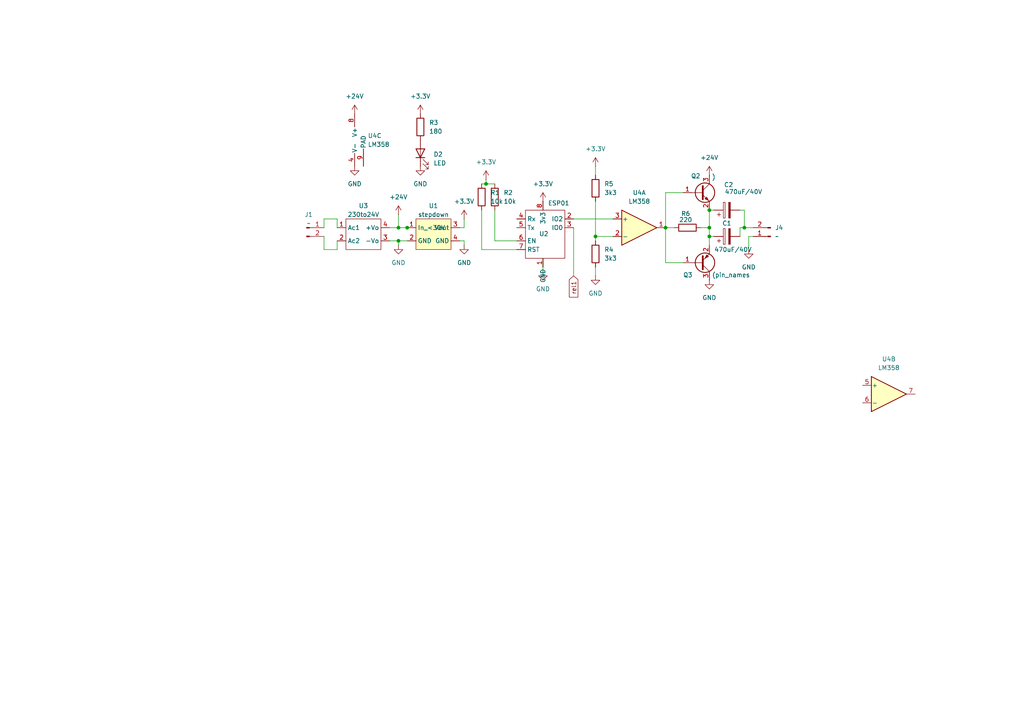
<source format=kicad_sch>
(kicad_sch (version 20250114) (generator "eeschema") (generator_version "9.0")
  (paper "A4")
  (lib_symbols
    (symbol "Amplifier_Operational:LM358_DFN" (pin_names (offset 0.127))
      (property "Reference" "U" (at 0 5.08 0))
      (property "Value" "LM358_DFN" (at 0 -5.08 0))
      (symbol "LM358_DFN_1_1"
        (polyline (pts (xy -5.08 5.08) (xy 5.08 0) (xy -5.08 -5.08) (xy -5.08 5.08)) (stroke (width 0.254)) (fill (type background)))
        (pin input line (at -7.62 2.54 0) (length 2.54) (name "+") (number "3"))
        (pin input line (at -7.62 -2.54 0) (length 2.54) (name "-") (number "2"))
        (pin output line (at 7.62 0 180) (length 2.54) (name "~") (number "1"))
      )
      (symbol "LM358_DFN_2_1"
        (polyline (pts (xy -5.08 5.08) (xy 5.08 0) (xy -5.08 -5.08) (xy -5.08 5.08)) (stroke (width 0.254)) (fill (type background)))
        (pin input line (at -7.62 2.54 0) (length 2.54) (name "+") (number "5"))
        (pin input line (at -7.62 -2.54 0) (length 2.54) (name "-") (number "6"))
        (pin output line (at 7.62 0 180) (length 2.54) (name "~") (number "7"))
      )
      (symbol "LM358_DFN_3_1"
        (pin power_in line (at -2.54 7.62 270) (length 3.81) (name "V+") (number "8"))
        (pin power_in line (at -2.54 -7.62 90) (length 3.81) (name "V-") (number "4"))
        (pin power_in line (at 0 -7.62 90) (length 5.08) (name "PAD") (number "9"))
      )
    )
    (symbol "Connector:Conn_01x02_Pin" (pin_names (offset 1.016) (hide yes))
      (property "Reference" "J" (at 0 2.54 0))
      (property "Value" "Conn_01x02_Pin" (at 0 -5.08 0))
      (symbol "Conn_01x02_Pin_1_1"
        (rectangle (start 0.8636 0.127) (end 0 -0.127) (stroke (width 0.1524)) (fill (type outline)))
        (rectangle (start 0.8636 -2.413) (end 0 -2.667) (stroke (width 0.1524)) (fill (type outline)))
        (polyline (pts (xy 1.27 0) (xy 0.8636 0)) (stroke (width 0.1524)))
        (polyline (pts (xy 1.27 -2.54) (xy 0.8636 -2.54)) (stroke (width 0.1524)))
        (pin passive line (at 5.08 0 180) (length 3.81) (name "Pin_1") (number "1"))
        (pin passive line (at 5.08 -2.54 180) (length 3.81) (name "Pin_2") (number "2"))
      )
    )
    (symbol "Device:C_Polarized" (pin_numbers (hide yes)) (pin_names (offset 0.254))
      (property "Reference" "C" (at 0.635 2.54 0))
      (property "Value" "C_Polarized" (at 0.635 -2.54 0))
      (symbol "C_Polarized_0_1"
        (rectangle (start -2.286 0.508) (end 2.286 1.016))
        (polyline (pts (xy -1.778 2.286) (xy -0.762 2.286)))
        (polyline (pts (xy -1.27 2.794) (xy -1.27 1.778)))
        (rectangle (start 2.286 -0.508) (end -2.286 -1.016) (fill (type outline)))
      )
      (symbol "C_Polarized_1_1"
        (pin passive line (at 0 3.81 270) (length 2.794) (name "~") (number "1"))
        (pin passive line (at 0 -3.81 90) (length 2.794) (name "~") (number "2"))
      )
    )
    (symbol "Device:LED" (pin_numbers (hide yes)) (pin_names (offset 1.016) (hide yes))
      (property "Reference" "D" (at 0 2.54 0))
      (property "Value" "LED" (at 0 -2.54 0))
      (symbol "LED_0_1"
        (polyline (pts (xy -3.048 -0.762) (xy -4.572 -2.286) (xy -3.81 -2.286) (xy -4.572 -2.286) (xy -4.572 -1.524)))
        (polyline (pts (xy -1.778 -0.762) (xy -3.302 -2.286) (xy -2.54 -2.286) (xy -3.302 -2.286) (xy -3.302 -1.524)))
        (polyline (pts (xy -1.27 0) (xy 1.27 0)))
        (polyline (pts (xy -1.27 -1.27) (xy -1.27 1.27)) (stroke (width 0.254)))
        (polyline (pts (xy 1.27 -1.27) (xy 1.27 1.27) (xy -1.27 0) (xy 1.27 -1.27)) (stroke (width 0.254)))
      )
      (symbol "LED_1_1"
        (pin passive line (at -3.81 0 0) (length 2.54) (name "K") (number "1"))
        (pin passive line (at 3.81 0 180) (length 2.54) (name "A") (number "2"))
      )
    )
    (symbol "Device:R" (pin_numbers (hide yes)) (pin_names (offset 0))
      (property "Reference" "R" (at 2.032 0 90))
      (property "Value" "R" (at 0 0 90))
      (symbol "R_0_1"
        (rectangle (start -1.016 -2.54) (end 1.016 2.54) (stroke (width 0.254)))
      )
      (symbol "R_1_1"
        (pin passive line (at 0 3.81 270) (length 1.27) (name "~") (number "1"))
        (pin passive line (at 0 -3.81 90) (length 1.27) (name "~") (number "2"))
      )
    )
    (symbol "Own_Library:ESP01"
      (property "Reference" "U" (at 2.032 -0.254 0))
      (symbol "ESP01_0_1"
        (rectangle (start -5.08 -1.27) (end 6.35 -15.24))
      )
      (symbol "ESP01_1_1"
        (pin input line (at -7.62 -3.81 0) (length 2.54) (name "Rx") (number "4"))
        (pin output line (at -7.62 -6.35 0) (length 2.54) (name "Tx") (number "5"))
        (pin output line (at -7.62 -10.16 0) (length 2.54) (name "EN") (number "6"))
        (pin output line (at -7.62 -12.7 0) (length 2.54) (name "RST") (number "7"))
        (pin output line (at 0 1.27 270) (length 2.54) (name "3v3") (number "8"))
        (pin power_in line (at 0 -15.24 270) (length 2.54) (name "GND") (number "1"))
        (pin bidirectional line (at 8.89 -3.81 180) (length 2.54) (name "IO2") (number "2"))
        (pin bidirectional line (at 8.89 -6.35 180) (length 2.54) (name "IO0") (number "3"))
      )
    )
    (symbol "Own_Library:Mini-Stepdown"
      (property "Reference" "U" (at 0 0 0))
      (symbol "Mini-Stepdown_1_1"
        (rectangle (start -5.08 3.81) (end 5.08 -5.08) (fill (type background)))
        (pin power_in line (at -7.62 1.27 0) (length 2.54) (name "In_<30V") (number "1"))
        (pin power_in line (at -7.62 -2.54 0) (length 2.54) (name "GND") (number "2"))
        (pin power_out line (at 7.62 1.27 180) (length 2.54) (name "Vout") (number "3"))
        (pin power_out line (at 7.62 -2.54 180) (length 2.54) (name "GND") (number "4"))
      )
    )
    (symbol "Own_Library:Mini_AC-DC_230_to_24V_Module_Supply_1"
      (property "Reference" "U" (at 0 0 0))
      (symbol "Mini_AC-DC_230_to_24V_Module_Supply_1_0_1"
        (rectangle (start -5.08 3.81) (end 5.08 -5.08))
      )
      (symbol "Mini_AC-DC_230_to_24V_Module_Supply_1_1_1"
        (pin power_in line (at -7.62 1.27 0) (length 2.54) (name "Ac1") (number "1"))
        (pin power_in line (at -7.62 -2.54 0) (length 2.54) (name "Ac2") (number "2"))
        (pin power_out line (at 7.62 1.27 180) (length 2.54) (name "+Vo") (number "4"))
        (pin power_out line (at 7.62 -2.54 180) (length 2.54) (name "-Vo") (number "3"))
      )
    )
    (symbol "Transistor_BJT:BC807" (pin_names (offset 0) (hide yes))
      (property "Reference" "Q" (at 5.08 1.905 0))
      (property "Value" "BC807" (at 5.08 0 0))
      (symbol "BC807_0_1"
        (polyline (pts (xy -2.54 0) (xy 0.635 0)))
        (polyline (pts (xy 0.635 1.905) (xy 0.635 -1.905)) (stroke (width 0.508)))
        (polyline (pts (xy 0.635 0.635) (xy 2.54 2.54)))
        (polyline (pts (xy 0.635 -0.635) (xy 2.54 -2.54)))
        (circle (center 1.27 0) (radius 2.8194) (stroke (width 0.254)))
        (polyline (pts (xy 2.286 -1.778) (xy 1.778 -2.286) (xy 1.27 -1.27) (xy 2.286 -1.778)) (fill (type outline)))
      )
      (symbol "BC807_1_1"
        (pin input line (at -5.08 0 0) (length 2.54) (name "B") (number "1"))
        (pin passive line (at 2.54 5.08 270) (length 2.54) (name "C") (number "3"))
        (pin passive line (at 2.54 -5.08 90) (length 2.54) (name "E") (number "2"))
      )
    )
    (symbol "Transistor_BJT:BC817" (pin_names (offset 0) (hide yes))
      (property "Reference" "Q" (at 5.08 1.905 0))
      (property "Value" "BC817" (at 5.08 0 0))
      (symbol "BC817_0_1"
        (polyline (pts (xy -2.54 0) (xy 0.635 0)))
        (polyline (pts (xy 0.635 1.905) (xy 0.635 -1.905)) (stroke (width 0.508)))
        (circle (center 1.27 0) (radius 2.8194) (stroke (width 0.254)))
      )
      (symbol "BC817_1_1"
        (polyline (pts (xy 0.635 0.635) (xy 2.54 2.54)))
        (polyline (pts (xy 0.635 -0.635) (xy 2.54 -2.54)))
        (polyline (pts (xy 1.27 -1.778) (xy 1.778 -1.27) (xy 2.286 -2.286) (xy 1.27 -1.778)) (fill (type outline)))
        (pin input line (at -5.08 0 0) (length 2.54) (name "B") (number "1"))
        (pin passive line (at 2.54 5.08 270) (length 2.54) (name "C") (number "3"))
        (pin passive line (at 2.54 -5.08 90) (length 2.54) (name "E") (number "2"))
      )
    )
    (symbol "power:+24V" (power) (pin_numbers (hide yes)) (pin_names (offset 0) (hide yes))
      (property "Value" "+24V" (at 0 3.556 0))
      (symbol "+24V_0_1"
        (polyline (pts (xy -0.762 1.27) (xy 0 2.54)))
        (polyline (pts (xy 0 2.54) (xy 0.762 1.27)))
        (polyline (pts (xy 0 0) (xy 0 2.54)))
      )
      (symbol "+24V_1_1"
        (pin power_in line (at 0 0 90) (length 0) (name "~") (number "1"))
      )
    )
    (symbol "power:+3.3V" (power) (pin_numbers (hide yes)) (pin_names (offset 0) (hide yes))
      (property "Value" "+3.3V" (at 0 3.556 0))
      (symbol "+3.3V_0_1"
        (polyline (pts (xy -0.762 1.27) (xy 0 2.54)))
        (polyline (pts (xy 0 2.54) (xy 0.762 1.27)))
        (polyline (pts (xy 0 0) (xy 0 2.54)))
      )
      (symbol "+3.3V_1_1"
        (pin power_in line (at 0 0 90) (length 0) (name "~") (number "1"))
      )
    )
    (symbol "power:GND" (power) (pin_numbers (hide yes)) (pin_names (offset 0) (hide yes))
      (property "Value" "GND" (at 0 -3.81 0))
      (symbol "GND_0_1"
        (polyline (pts (xy 0 0) (xy 0 -1.27) (xy 1.27 -1.27) (xy 0 -2.54) (xy -1.27 -1.27) (xy 0 -1.27)))
      )
      (symbol "GND_1_1"
        (pin power_in line (at 0 0 270) (length 0) (name "~") (number "1"))
      )
    )
  )
  (junction (at 205.74 60.96))
  (junction (at 118.11 66.04))
  (junction (at 140.97 53.34))
  (junction (at 172.72 68.58))
  (junction (at 193.04 66.04))
  (junction (at 115.57 69.85))
  (junction (at 205.74 68.58))
  (junction (at 215.9 66.04))
  (junction (at 115.57 66.04))
  (junction (at 205.74 66.04))
  (wire (pts (xy 172.72 48.26) (xy 172.72 50.8)))
  (wire (pts (xy 133.35 69.85) (xy 134.62 69.85)))
  (wire (pts (xy 140.97 52.07) (xy 140.97 53.34)))
  (wire (pts (xy 166.37 63.5) (xy 177.8 63.5)))
  (wire (pts (xy 214.63 68.58) (xy 214.63 66.04)))
  (wire (pts (xy 166.37 66.04) (xy 166.37 80.01)))
  (wire (pts (xy 193.04 76.2) (xy 198.12 76.2)))
  (wire (pts (xy 198.12 55.88) (xy 193.04 55.88)))
  (wire (pts (xy 115.57 69.85) (xy 118.11 69.85)))
  (wire (pts (xy 217.17 72.39) (xy 217.17 68.58)))
  (wire (pts (xy 193.04 55.88) (xy 193.04 66.04)))
  (wire (pts (xy 115.57 66.04) (xy 118.11 66.04)))
  (wire (pts (xy 118.11 66.04) (xy 119.38 66.04)))
  (wire (pts (xy 113.03 69.85) (xy 115.57 69.85)))
  (wire (pts (xy 140.97 53.34) (xy 143.51 53.34)))
  (wire (pts (xy 113.03 66.04) (xy 115.57 66.04)))
  (wire (pts (xy 115.57 62.23) (xy 115.57 66.04)))
  (wire (pts (xy 93.98 63.5) (xy 97.79 63.5)))
  (wire (pts (xy 205.74 66.04) (xy 205.74 68.58)))
  (wire (pts (xy 139.7 72.39) (xy 139.7 60.96)))
  (wire (pts (xy 203.2 66.04) (xy 205.74 66.04)))
  (wire (pts (xy 139.7 53.34) (xy 140.97 53.34)))
  (wire (pts (xy 205.74 60.96) (xy 205.74 66.04)))
  (wire (pts (xy 172.72 58.42) (xy 172.72 68.58)))
  (wire (pts (xy 93.98 66.04) (xy 93.98 63.5)))
  (wire (pts (xy 115.57 69.85) (xy 115.57 71.12)))
  (wire (pts (xy 93.98 72.39) (xy 97.79 72.39)))
  (wire (pts (xy 193.04 66.04) (xy 193.04 76.2)))
  (wire (pts (xy 157.48 74.93) (xy 157.48 78.74)))
  (wire (pts (xy 215.9 66.04) (xy 218.44 66.04)))
  (wire (pts (xy 134.62 66.04) (xy 134.62 63.5)))
  (wire (pts (xy 172.72 77.47) (xy 172.72 80.01)))
  (wire (pts (xy 93.98 68.58) (xy 93.98 72.39)))
  (wire (pts (xy 217.17 68.58) (xy 218.44 68.58)))
  (wire (pts (xy 215.9 60.96) (xy 215.9 66.04)))
  (wire (pts (xy 134.62 69.85) (xy 134.62 71.12)))
  (wire (pts (xy 205.74 68.58) (xy 207.01 68.58)))
  (wire (pts (xy 172.72 68.58) (xy 177.8 68.58)))
  (wire (pts (xy 172.72 68.58) (xy 172.72 69.85)))
  (wire (pts (xy 97.79 63.5) (xy 97.79 66.04)))
  (wire (pts (xy 205.74 60.96) (xy 207.01 60.96)))
  (wire (pts (xy 143.51 60.96) (xy 143.51 69.85)))
  (wire (pts (xy 214.63 60.96) (xy 215.9 60.96)))
  (wire (pts (xy 97.79 69.85) (xy 97.79 72.39)))
  (wire (pts (xy 149.86 72.39) (xy 139.7 72.39)))
  (wire (pts (xy 195.58 66.04) (xy 193.04 66.04)))
  (wire (pts (xy 133.35 66.04) (xy 134.62 66.04)))
  (wire (pts (xy 205.74 68.58) (xy 205.74 71.12)))
  (wire (pts (xy 214.63 66.04) (xy 215.9 66.04)))
  (wire (pts (xy 143.51 69.85) (xy 149.86 69.85)))
  (global_label "rel1" (shape input) (at 166.37 80.01 270) (property "Intersheetrefs" "${INTERSHEET_REFS}" (effects (hide yes))))
  (symbol (lib_id "Device:C_Polarized") (at 210.82 60.96 90) (unit 1)
    (property "Reference" "C2" (at 211.328 53.594 90))
    (property "Value" "470uF/40V" (at 215.646 55.626 90))
    (property "Footprint" "Capacitor_THT:CP_Radial_D8.0mm_P3.80mm" (effects (hide yes)))
    (property "Description" "Polarized capacitor" (effects (hide yes)))
  )
  (symbol (lib_id "power:+3.3V") (at 134.62 63.5 0) (unit 1)
    (property "Reference" "#PWR01" (effects (hide yes)))
    (property "Value" "+3.3V" (at 134.62 58.42 0))
    (property "Description" "Power symbol creates a global label with name \"+3.3V\"" (effects (hide yes)))
  )
  (symbol (lib_id "Device:R") (at 121.92 36.83 180) (unit 1)
    (property "Reference" "R3" (at 124.46 35.5599 0) (effects (justify right)))
    (property "Value" "180" (at 124.46 38.0999 0) (effects (justify right)))
    (property "Footprint" "Resistor_SMD:R_0805_2012Metric_Pad1.20x1.40mm_HandSolder" (effects (hide yes)))
    (property "Description" "Resistor" (effects (hide yes)))
  )
  (symbol (lib_id "power:GND") (at 115.57 71.12 0) (unit 1)
    (property "Reference" "#PWR03" (effects (hide yes)))
    (property "Value" "GND" (at 115.57 76.2 0))
    (property "Description" "Power symbol creates a global label with name \"GND\" , ground" (effects (hide yes)))
  )
  (symbol (lib_id "Own_Library:Mini-Stepdown") (at 125.73 67.31 0) (unit 1)
    (property "Reference" "U1" (at 125.73 59.69 0))
    (property "Value" "stepdown" (at 125.73 62.23 0))
    (property "Footprint" "ownFootprints:Mini-Stepdown" (effects (hide yes)))
  )
  (symbol (lib_id "Connector:Conn_01x02_Pin") (at 88.9 66.04 0) (unit 1)
    (property "Reference" "J1" (at 89.535 62.23 0))
    (property "Value" "~" (at 89.535 64.77 0))
    (property "Footprint" "TerminalBlock:TerminalBlock_MaiXu_MX126-5.0-02P_1x02_P5.00mm" (effects (hide yes)))
    (property "Description" "Generic connector, single row, 01x02, script generated" (effects (hide yes)))
  )
  (symbol (lib_id "power:GND") (at 157.48 78.74 0) (unit 1)
    (property "Reference" "#PWR05" (effects (hide yes)))
    (property "Value" "GND" (at 157.48 83.82 0))
    (property "Description" "Power symbol creates a global label with name \"GND\" , ground" (effects (hide yes)))
  )
  (symbol (lib_id "Transistor_BJT:BC817") (at 203.2 55.88 0) (unit 1)
    (property "Reference" "Q2" (at 200.406 51.054 0) (effects (justify left)))
    (property "Value" ")" (at 206.502 51.308 0) (effects (justify left)))
    (property "Footprint" "Package_TO_SOT_SMD:SOT-23" (effects (hide yes)))
    (property "Datasheet" "https://www.onsemi.com/pub/Collateral/BC818-D.pdf" (effects (hide yes)))
    (property "Description" "0.8A Ic, 45V Vce, NPN Transistor, SOT-23" (effects (hide yes)))
  )
  (symbol (lib_id "Own_Library:Mini_AC-DC_230_to_24V_Module_Supply_1") (at 105.41 67.31 0) (unit 1)
    (property "Reference" "U3" (at 105.41 59.69 0))
    (property "Value" "230to24V" (at 105.41 62.23 0))
    (property "Footprint" "ownFootprints:Mini Ac-DC 230 to 24V module EBAY" (effects (hide yes)))
  )
  (symbol (lib_id "power:GND") (at 172.72 80.01 0) (unit 1)
    (property "Reference" "#PWR08" (effects (hide yes)))
    (property "Value" "GND" (at 172.72 85.09 0))
    (property "Description" "Power symbol creates a global label with name \"GND\" , ground" (effects (hide yes)))
  )
  (symbol (lib_id "Amplifier_Operational:LM358_DFN") (at 105.41 40.64 0) (unit 3)
    (property "Reference" "U4" (at 106.68 39.3699 0) (effects (justify left)))
    (property "Value" "LM358" (at 106.68 41.9099 0) (effects (justify left)))
    (property "Footprint" "Package_SO:SOIC-8_3.9x4.9mm_P1.27mm" (effects (hide yes)))
    (property "Datasheet" "www.st.com/resource/en/datasheet/lm358.pdf" (effects (hide yes)))
    (property "Description" "Low-Power, Dual Operational Amplifiers, DFN-8" (effects (hide yes)))
  )
  (symbol (lib_id "power:GND") (at 134.62 71.12 0) (unit 1)
    (property "Reference" "#PWR02" (effects (hide yes)))
    (property "Value" "GND" (at 134.62 76.2 0))
    (property "Description" "Power symbol creates a global label with name \"GND\" , ground" (effects (hide yes)))
  )
  (symbol (lib_id "power:+3.3V") (at 172.72 48.26 0) (unit 1)
    (property "Reference" "#PWR07" (effects (hide yes)))
    (property "Value" "+3.3V" (at 172.72 43.18 0))
    (property "Description" "Power symbol creates a global label with name \"+3.3V\"" (effects (hide yes)))
  )
  (symbol (lib_id "Device:LED") (at 121.92 44.45 90) (unit 1)
    (property "Reference" "D2" (at 125.73 44.7674 90) (effects (justify right)))
    (property "Value" "LED" (at 125.73 47.3074 90) (effects (justify right)))
    (property "Footprint" "LED_THT:LED_D5.0mm" (effects (hide yes)))
    (property "Description" "Light emitting diode" (effects (hide yes)))
    (property "Sim.Pins" "1=K 2=A" (effects (hide yes)))
  )
  (symbol (lib_id "power:+3.3V") (at 140.97 52.07 0) (unit 1)
    (property "Reference" "#PWR06" (effects (hide yes)))
    (property "Value" "+3.3V" (at 140.97 46.99 0))
    (property "Description" "Power symbol creates a global label with name \"+3.3V\"" (effects (hide yes)))
  )
  (symbol (lib_id "Device:R") (at 139.7 57.15 0) (unit 1)
    (property "Reference" "R1" (at 142.24 55.8799 0) (effects (justify left)))
    (property "Value" "10k" (at 142.24 58.4199 0) (effects (justify left)))
    (property "Footprint" "Resistor_SMD:R_0805_2012Metric_Pad1.20x1.40mm_HandSolder" (effects (hide yes)))
    (property "Description" "Resistor" (effects (hide yes)))
  )
  (symbol (lib_id "Amplifier_Operational:LM358_DFN") (at 257.81 114.3 0) (unit 2)
    (property "Reference" "U4" (at 257.81 104.14 0))
    (property "Value" "LM358" (at 257.81 106.68 0))
    (property "Footprint" "Package_SO:SOIC-8_3.9x4.9mm_P1.27mm" (effects (hide yes)))
    (property "Datasheet" "www.st.com/resource/en/datasheet/lm358.pdf" (effects (hide yes)))
    (property "Description" "Low-Power, Dual Operational Amplifiers, DFN-8" (effects (hide yes)))
  )
  (symbol (lib_id "Device:C_Polarized") (at 210.82 68.58 90) (unit 1)
    (property "Reference" "C1" (at 210.82 64.77 90))
    (property "Value" "470uF/40V" (at 212.598 72.39 90))
    (property "Footprint" "Capacitor_THT:CP_Radial_D8.0mm_P3.80mm" (effects (hide yes)))
    (property "Description" "Polarized capacitor" (effects (hide yes)))
  )
  (symbol (lib_id "Own_Library:ESP01") (at 157.48 59.69 0) (unit 1)
    (property "Reference" "U2" (at 157.734 67.818 0))
    (property "Value" "ESP01" (at 162.052 58.928 0))
    (property "Footprint" "ownFootprints:ESP01_conn" (effects (hide yes)))
  )
  (symbol (lib_id "Device:R") (at 143.51 57.15 0) (unit 1)
    (property "Reference" "R2" (at 146.05 55.8799 0) (effects (justify left)))
    (property "Value" "10k" (at 146.05 58.4199 0) (effects (justify left)))
    (property "Footprint" "Resistor_SMD:R_0805_2012Metric_Pad1.20x1.40mm_HandSolder" (effects (hide yes)))
    (property "Description" "Resistor" (effects (hide yes)))
  )
  (symbol (lib_id "Device:R") (at 172.72 54.61 180) (unit 1)
    (property "Reference" "R5" (at 175.26 53.3399 0) (effects (justify right)))
    (property "Value" "3k3" (at 175.26 55.8799 0) (effects (justify right)))
    (property "Footprint" "Resistor_SMD:R_0805_2012Metric_Pad1.20x1.40mm_HandSolder" (effects (hide yes)))
    (property "Description" "Resistor" (effects (hide yes)))
  )
  (symbol (lib_id "power:+24V") (at 102.87 33.02 0) (unit 1)
    (property "Reference" "#PWR011" (effects (hide yes)))
    (property "Value" "+24V" (at 102.87 27.94 0))
    (property "Description" "Power symbol creates a global label with name \"+24V\"" (effects (hide yes)))
  )
  (symbol (lib_id "power:+24V") (at 115.57 62.23 0) (unit 1)
    (property "Reference" "#PWR010" (effects (hide yes)))
    (property "Value" "+24V" (at 115.57 57.15 0))
    (property "Description" "Power symbol creates a global label with name \"+24V\"" (effects (hide yes)))
  )
  (symbol (lib_id "power:GND") (at 205.74 81.28 0) (unit 1)
    (property "Reference" "#PWR09" (effects (hide yes)))
    (property "Value" "GND" (at 205.74 86.36 0))
    (property "Description" "Power symbol creates a global label with name \"GND\" , ground" (effects (hide yes)))
  )
  (symbol (lib_id "power:+24V") (at 205.74 50.8 0) (unit 1)
    (property "Reference" "#PWR012" (effects (hide yes)))
    (property "Value" "+24V" (at 205.74 45.72 0))
    (property "Description" "Power symbol creates a global label with name \"+24V\"" (effects (hide yes)))
  )
  (symbol (lib_id "Transistor_BJT:BC807") (at 203.2 76.2 0) (mirror x) (unit 1)
    (property "Reference" "Q3" (at 198.12 79.756 0) (effects (justify left)))
    (property "Value" "(pin_names" (at 206.502 79.756 0) (effects (justify left)))
    (property "Footprint" "Package_TO_SOT_SMD:SOT-23" (effects (hide yes)))
    (property "Datasheet" "https://www.onsemi.com/pub/Collateral/BC808-D.pdf" (effects (hide yes)))
    (property "Description" "0.8A Ic, 45V Vce, PNP Transistor, SOT-23" (effects (hide yes)))
  )
  (symbol (lib_id "power:+3.3V") (at 157.48 58.42 0) (unit 1)
    (property "Reference" "#PWR04" (effects (hide yes)))
    (property "Value" "+3.3V" (at 157.48 53.34 0))
    (property "Description" "Power symbol creates a global label with name \"+3.3V\"" (effects (hide yes)))
  )
  (symbol (lib_id "Device:R") (at 199.39 66.04 90) (unit 1)
    (property "Reference" "R6" (at 198.882 61.976 90))
    (property "Value" "220" (at 198.882 63.754 90))
    (property "Footprint" "Resistor_SMD:R_0805_2012Metric_Pad1.20x1.40mm_HandSolder" (effects (hide yes)))
    (property "Description" "Resistor" (effects (hide yes)))
  )
  (symbol (lib_id "Device:R") (at 172.72 73.66 180) (unit 1)
    (property "Reference" "R4" (at 175.26 72.3899 0) (effects (justify right)))
    (property "Value" "3k3" (at 175.26 74.9299 0) (effects (justify right)))
    (property "Footprint" "Resistor_SMD:R_0805_2012Metric_Pad1.20x1.40mm_HandSolder" (effects (hide yes)))
    (property "Description" "Resistor" (effects (hide yes)))
  )
  (symbol (lib_id "Amplifier_Operational:LM358_DFN") (at 185.42 66.04 0) (unit 1)
    (property "Reference" "U4" (at 185.42 55.88 0))
    (property "Value" "LM358" (at 185.42 58.42 0))
    (property "Footprint" "Package_SO:SOIC-8_3.9x4.9mm_P1.27mm" (effects (hide yes)))
    (property "Datasheet" "www.st.com/resource/en/datasheet/lm358.pdf" (effects (hide yes)))
    (property "Description" "Low-Power, Dual Operational Amplifiers, DFN-8" (effects (hide yes)))
  )
  (symbol (lib_id "power:+3.3V") (at 121.92 33.02 0) (unit 1)
    (property "Reference" "#PWR015" (effects (hide yes)))
    (property "Value" "+3.3V" (at 121.92 27.94 0))
    (property "Description" "Power symbol creates a global label with name \"+3.3V\"" (effects (hide yes)))
  )
  (symbol (lib_id "power:GND") (at 121.92 48.26 0) (unit 1)
    (property "Reference" "#PWR014" (effects (hide yes)))
    (property "Value" "GND" (at 121.92 53.34 0))
    (property "Description" "Power symbol creates a global label with name \"GND\" , ground" (effects (hide yes)))
  )
  (symbol (lib_id "power:GND") (at 102.87 48.26 0) (unit 1)
    (property "Reference" "#PWR016" (effects (hide yes)))
    (property "Value" "GND" (at 102.87 53.34 0))
    (property "Description" "Power symbol creates a global label with name \"GND\" , ground" (effects (hide yes)))
  )
  (symbol (lib_id "power:GND") (at 217.17 72.39 0) (unit 1)
    (property "Reference" "#PWR013" (effects (hide yes)))
    (property "Value" "GND" (at 217.17 77.47 0))
    (property "Description" "Power symbol creates a global label with name \"GND\" , ground" (effects (hide yes)))
  )
  (symbol (lib_id "Connector:Conn_01x02_Pin") (at 223.52 68.58 180) (unit 1)
    (property "Reference" "J4" (at 224.79 66.0399 0) (effects (justify right)))
    (property "Value" "~" (at 224.79 68.5799 0) (effects (justify right)))
    (property "Footprint" "TerminalBlock_4Ucon:TerminalBlock_4Ucon_1x02_P3.50mm_Horizontal" (effects (hide yes)))
    (property "Description" "Generic connector, single row, 01x02, script generated" (effects (hide yes)))
  )
)
</source>
